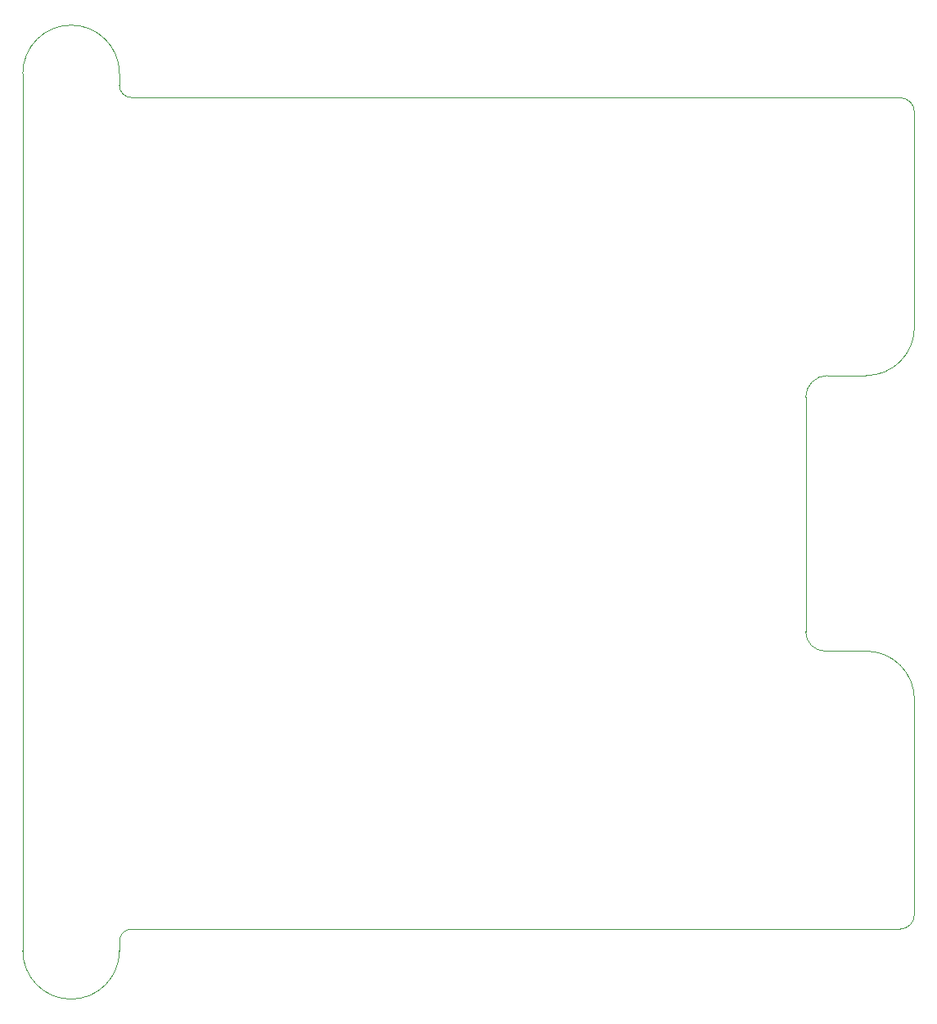
<source format=gbr>
%TF.GenerationSoftware,KiCad,Pcbnew,7.0.7*%
%TF.CreationDate,2024-02-15T16:38:16+01:00*%
%TF.ProjectId,nav_lower_controller,6e61765f-6c6f-4776-9572-5f636f6e7472,1*%
%TF.SameCoordinates,Original*%
%TF.FileFunction,Profile,NP*%
%FSLAX46Y46*%
G04 Gerber Fmt 4.6, Leading zero omitted, Abs format (unit mm)*
G04 Created by KiCad (PCBNEW 7.0.7) date 2024-02-15 16:38:16*
%MOMM*%
%LPD*%
G01*
G04 APERTURE LIST*
%TA.AperFunction,Profile*%
%ADD10C,0.100000*%
%TD*%
G04 APERTURE END LIST*
D10*
X191250000Y-138250000D02*
X111750000Y-138250000D01*
X100500000Y-49750000D02*
X100500000Y-140500000D01*
X110500000Y-51000000D02*
X110500000Y-49750000D01*
X187750000Y-109500000D02*
X183500000Y-109500000D01*
X192750000Y-76000000D02*
X192750000Y-53750000D01*
X191250000Y-138250000D02*
G75*
G03*
X192750000Y-136750000I0J1500000D01*
G01*
X110500000Y-51000000D02*
G75*
G03*
X111750000Y-52250000I1250000J0D01*
G01*
X100500000Y-140500000D02*
G75*
G03*
X110500000Y-140500000I5000000J0D01*
G01*
X192750000Y-114500000D02*
X192750000Y-136750000D01*
X110500000Y-49750000D02*
G75*
G03*
X100500000Y-49750000I-5000000J0D01*
G01*
X192750000Y-114500000D02*
G75*
G03*
X187750000Y-109500000I-5000000J0D01*
G01*
X187750000Y-81000000D02*
G75*
G03*
X192750000Y-76000000I0J5000000D01*
G01*
X111749996Y-138250000D02*
G75*
G03*
X110500000Y-139500000I4J-1250000D01*
G01*
X181500000Y-107500000D02*
G75*
G03*
X183500000Y-109500000I2000000J0D01*
G01*
X110500000Y-140500000D02*
X110500000Y-139500000D01*
X192750000Y-53750000D02*
G75*
G03*
X191250000Y-52250000I-1500000J0D01*
G01*
X187750000Y-81000000D02*
X183750000Y-81000000D01*
X181500000Y-83250000D02*
X181500000Y-107500000D01*
X183750000Y-81000000D02*
G75*
G03*
X181500000Y-83250000I0J-2250000D01*
G01*
X111750000Y-52250000D02*
X191250000Y-52250000D01*
M02*

</source>
